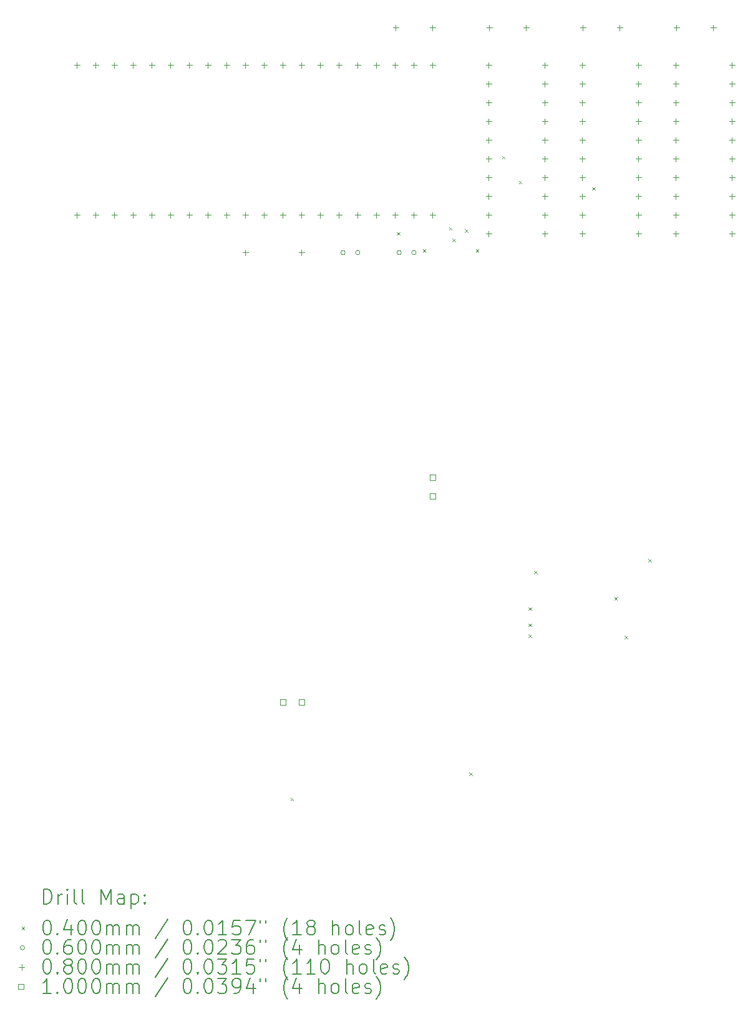
<source format=gbr>
%TF.GenerationSoftware,KiCad,Pcbnew,(6.0.9)*%
%TF.CreationDate,2024-04-26T19:01:18+02:00*%
%TF.ProjectId,Cartucho_MSX_LCD_Tang_Nano_20k,43617274-7563-4686-9f5f-4d53585f4c43,rev?*%
%TF.SameCoordinates,Original*%
%TF.FileFunction,Drillmap*%
%TF.FilePolarity,Positive*%
%FSLAX45Y45*%
G04 Gerber Fmt 4.5, Leading zero omitted, Abs format (unit mm)*
G04 Created by KiCad (PCBNEW (6.0.9)) date 2024-04-26 19:01:18*
%MOMM*%
%LPD*%
G01*
G04 APERTURE LIST*
%ADD10C,0.200000*%
%ADD11C,0.040000*%
%ADD12C,0.060000*%
%ADD13C,0.080000*%
%ADD14C,0.100000*%
G04 APERTURE END LIST*
D10*
D11*
X9247560Y-15013940D02*
X9287560Y-15053940D01*
X9287560Y-15013940D02*
X9247560Y-15053940D01*
X10690400Y-7341880D02*
X10730400Y-7381880D01*
X10730400Y-7341880D02*
X10690400Y-7381880D01*
X11041410Y-7576100D02*
X11081410Y-7616100D01*
X11081410Y-7576100D02*
X11041410Y-7616100D01*
X11398890Y-7274880D02*
X11438890Y-7314880D01*
X11438890Y-7274880D02*
X11398890Y-7314880D01*
X11444480Y-7429990D02*
X11484480Y-7469990D01*
X11484480Y-7429990D02*
X11444480Y-7469990D01*
X11614510Y-7303720D02*
X11654510Y-7343720D01*
X11654510Y-7303720D02*
X11614510Y-7343720D01*
X11674880Y-14669510D02*
X11714880Y-14709510D01*
X11714880Y-14669510D02*
X11674880Y-14709510D01*
X11762990Y-7576100D02*
X11802990Y-7616100D01*
X11802990Y-7576100D02*
X11762990Y-7616100D01*
X12117500Y-6308710D02*
X12157500Y-6348710D01*
X12157500Y-6308710D02*
X12117500Y-6348710D01*
X12346160Y-6647510D02*
X12386160Y-6687510D01*
X12386160Y-6647510D02*
X12346160Y-6687510D01*
X12475480Y-12651310D02*
X12515480Y-12691310D01*
X12515480Y-12651310D02*
X12475480Y-12691310D01*
X12476040Y-12799880D02*
X12516040Y-12839880D01*
X12516040Y-12799880D02*
X12476040Y-12839880D01*
X12476110Y-12430750D02*
X12516110Y-12470750D01*
X12516110Y-12430750D02*
X12476110Y-12470750D01*
X12551750Y-11935040D02*
X12591750Y-11975040D01*
X12591750Y-11935040D02*
X12551750Y-11975040D01*
X13343510Y-6732520D02*
X13383510Y-6772520D01*
X13383510Y-6732520D02*
X13343510Y-6772520D01*
X13642050Y-12290680D02*
X13682050Y-12330680D01*
X13682050Y-12290680D02*
X13642050Y-12330680D01*
X13780520Y-12817060D02*
X13820520Y-12857060D01*
X13820520Y-12817060D02*
X13780520Y-12857060D01*
X14105010Y-11774200D02*
X14145010Y-11814200D01*
X14145010Y-11774200D02*
X14105010Y-11814200D01*
D12*
X9990000Y-7620000D02*
G75*
G03*
X9990000Y-7620000I-30000J0D01*
G01*
X10190000Y-7620000D02*
G75*
G03*
X10190000Y-7620000I-30000J0D01*
G01*
X10752000Y-7620000D02*
G75*
G03*
X10752000Y-7620000I-30000J0D01*
G01*
X10952000Y-7620000D02*
G75*
G03*
X10952000Y-7620000I-30000J0D01*
G01*
D13*
X6350000Y-5040000D02*
X6350000Y-5120000D01*
X6310000Y-5080000D02*
X6390000Y-5080000D01*
X6350000Y-7072000D02*
X6350000Y-7152000D01*
X6310000Y-7112000D02*
X6390000Y-7112000D01*
X6604000Y-5040000D02*
X6604000Y-5120000D01*
X6564000Y-5080000D02*
X6644000Y-5080000D01*
X6604000Y-7072000D02*
X6604000Y-7152000D01*
X6564000Y-7112000D02*
X6644000Y-7112000D01*
X6858000Y-5040000D02*
X6858000Y-5120000D01*
X6818000Y-5080000D02*
X6898000Y-5080000D01*
X6858000Y-7072000D02*
X6858000Y-7152000D01*
X6818000Y-7112000D02*
X6898000Y-7112000D01*
X7112000Y-5040000D02*
X7112000Y-5120000D01*
X7072000Y-5080000D02*
X7152000Y-5080000D01*
X7112000Y-7072000D02*
X7112000Y-7152000D01*
X7072000Y-7112000D02*
X7152000Y-7112000D01*
X7366000Y-5040000D02*
X7366000Y-5120000D01*
X7326000Y-5080000D02*
X7406000Y-5080000D01*
X7366000Y-7072000D02*
X7366000Y-7152000D01*
X7326000Y-7112000D02*
X7406000Y-7112000D01*
X7620000Y-5040000D02*
X7620000Y-5120000D01*
X7580000Y-5080000D02*
X7660000Y-5080000D01*
X7620000Y-7072000D02*
X7620000Y-7152000D01*
X7580000Y-7112000D02*
X7660000Y-7112000D01*
X7874000Y-5040000D02*
X7874000Y-5120000D01*
X7834000Y-5080000D02*
X7914000Y-5080000D01*
X7874000Y-7072000D02*
X7874000Y-7152000D01*
X7834000Y-7112000D02*
X7914000Y-7112000D01*
X8128000Y-5040000D02*
X8128000Y-5120000D01*
X8088000Y-5080000D02*
X8168000Y-5080000D01*
X8128000Y-7072000D02*
X8128000Y-7152000D01*
X8088000Y-7112000D02*
X8168000Y-7112000D01*
X8382000Y-5040000D02*
X8382000Y-5120000D01*
X8342000Y-5080000D02*
X8422000Y-5080000D01*
X8382000Y-7072000D02*
X8382000Y-7152000D01*
X8342000Y-7112000D02*
X8422000Y-7112000D01*
X8636000Y-5040000D02*
X8636000Y-5120000D01*
X8596000Y-5080000D02*
X8676000Y-5080000D01*
X8636000Y-7072000D02*
X8636000Y-7152000D01*
X8596000Y-7112000D02*
X8676000Y-7112000D01*
X8636000Y-7580000D02*
X8636000Y-7660000D01*
X8596000Y-7620000D02*
X8676000Y-7620000D01*
X8890000Y-5040000D02*
X8890000Y-5120000D01*
X8850000Y-5080000D02*
X8930000Y-5080000D01*
X8890000Y-7072000D02*
X8890000Y-7152000D01*
X8850000Y-7112000D02*
X8930000Y-7112000D01*
X9144000Y-5040000D02*
X9144000Y-5120000D01*
X9104000Y-5080000D02*
X9184000Y-5080000D01*
X9144000Y-7072000D02*
X9144000Y-7152000D01*
X9104000Y-7112000D02*
X9184000Y-7112000D01*
X9398000Y-5040000D02*
X9398000Y-5120000D01*
X9358000Y-5080000D02*
X9438000Y-5080000D01*
X9398000Y-7072000D02*
X9398000Y-7152000D01*
X9358000Y-7112000D02*
X9438000Y-7112000D01*
X9398000Y-7580000D02*
X9398000Y-7660000D01*
X9358000Y-7620000D02*
X9438000Y-7620000D01*
X9652000Y-5040000D02*
X9652000Y-5120000D01*
X9612000Y-5080000D02*
X9692000Y-5080000D01*
X9652000Y-7072000D02*
X9652000Y-7152000D01*
X9612000Y-7112000D02*
X9692000Y-7112000D01*
X9906000Y-5040000D02*
X9906000Y-5120000D01*
X9866000Y-5080000D02*
X9946000Y-5080000D01*
X9906000Y-7072000D02*
X9906000Y-7152000D01*
X9866000Y-7112000D02*
X9946000Y-7112000D01*
X10160000Y-5040000D02*
X10160000Y-5120000D01*
X10120000Y-5080000D02*
X10200000Y-5080000D01*
X10160000Y-7072000D02*
X10160000Y-7152000D01*
X10120000Y-7112000D02*
X10200000Y-7112000D01*
X10414000Y-5040000D02*
X10414000Y-5120000D01*
X10374000Y-5080000D02*
X10454000Y-5080000D01*
X10414000Y-7072000D02*
X10414000Y-7152000D01*
X10374000Y-7112000D02*
X10454000Y-7112000D01*
X10668000Y-5040000D02*
X10668000Y-5120000D01*
X10628000Y-5080000D02*
X10708000Y-5080000D01*
X10668000Y-7072000D02*
X10668000Y-7152000D01*
X10628000Y-7112000D02*
X10708000Y-7112000D01*
X10676000Y-4532000D02*
X10676000Y-4612000D01*
X10636000Y-4572000D02*
X10716000Y-4572000D01*
X10922000Y-5040000D02*
X10922000Y-5120000D01*
X10882000Y-5080000D02*
X10962000Y-5080000D01*
X10922000Y-7072000D02*
X10922000Y-7152000D01*
X10882000Y-7112000D02*
X10962000Y-7112000D01*
X11176000Y-4532000D02*
X11176000Y-4612000D01*
X11136000Y-4572000D02*
X11216000Y-4572000D01*
X11176000Y-5040000D02*
X11176000Y-5120000D01*
X11136000Y-5080000D02*
X11216000Y-5080000D01*
X11176000Y-7072000D02*
X11176000Y-7152000D01*
X11136000Y-7112000D02*
X11216000Y-7112000D01*
X11938000Y-5040000D02*
X11938000Y-5120000D01*
X11898000Y-5080000D02*
X11978000Y-5080000D01*
X11938000Y-5294000D02*
X11938000Y-5374000D01*
X11898000Y-5334000D02*
X11978000Y-5334000D01*
X11938000Y-5548000D02*
X11938000Y-5628000D01*
X11898000Y-5588000D02*
X11978000Y-5588000D01*
X11938000Y-5802000D02*
X11938000Y-5882000D01*
X11898000Y-5842000D02*
X11978000Y-5842000D01*
X11938000Y-6056000D02*
X11938000Y-6136000D01*
X11898000Y-6096000D02*
X11978000Y-6096000D01*
X11938000Y-6310000D02*
X11938000Y-6390000D01*
X11898000Y-6350000D02*
X11978000Y-6350000D01*
X11938000Y-6564000D02*
X11938000Y-6644000D01*
X11898000Y-6604000D02*
X11978000Y-6604000D01*
X11938000Y-6818000D02*
X11938000Y-6898000D01*
X11898000Y-6858000D02*
X11978000Y-6858000D01*
X11938000Y-7072000D02*
X11938000Y-7152000D01*
X11898000Y-7112000D02*
X11978000Y-7112000D01*
X11938000Y-7326000D02*
X11938000Y-7406000D01*
X11898000Y-7366000D02*
X11978000Y-7366000D01*
X11946000Y-4532000D02*
X11946000Y-4612000D01*
X11906000Y-4572000D02*
X11986000Y-4572000D01*
X12446000Y-4532000D02*
X12446000Y-4612000D01*
X12406000Y-4572000D02*
X12486000Y-4572000D01*
X12700000Y-5040000D02*
X12700000Y-5120000D01*
X12660000Y-5080000D02*
X12740000Y-5080000D01*
X12700000Y-5294000D02*
X12700000Y-5374000D01*
X12660000Y-5334000D02*
X12740000Y-5334000D01*
X12700000Y-5548000D02*
X12700000Y-5628000D01*
X12660000Y-5588000D02*
X12740000Y-5588000D01*
X12700000Y-5802000D02*
X12700000Y-5882000D01*
X12660000Y-5842000D02*
X12740000Y-5842000D01*
X12700000Y-6056000D02*
X12700000Y-6136000D01*
X12660000Y-6096000D02*
X12740000Y-6096000D01*
X12700000Y-6310000D02*
X12700000Y-6390000D01*
X12660000Y-6350000D02*
X12740000Y-6350000D01*
X12700000Y-6564000D02*
X12700000Y-6644000D01*
X12660000Y-6604000D02*
X12740000Y-6604000D01*
X12700000Y-6818000D02*
X12700000Y-6898000D01*
X12660000Y-6858000D02*
X12740000Y-6858000D01*
X12700000Y-7072000D02*
X12700000Y-7152000D01*
X12660000Y-7112000D02*
X12740000Y-7112000D01*
X12700000Y-7326000D02*
X12700000Y-7406000D01*
X12660000Y-7366000D02*
X12740000Y-7366000D01*
X13208000Y-5040000D02*
X13208000Y-5120000D01*
X13168000Y-5080000D02*
X13248000Y-5080000D01*
X13208000Y-5294000D02*
X13208000Y-5374000D01*
X13168000Y-5334000D02*
X13248000Y-5334000D01*
X13208000Y-5548000D02*
X13208000Y-5628000D01*
X13168000Y-5588000D02*
X13248000Y-5588000D01*
X13208000Y-5802000D02*
X13208000Y-5882000D01*
X13168000Y-5842000D02*
X13248000Y-5842000D01*
X13208000Y-6056000D02*
X13208000Y-6136000D01*
X13168000Y-6096000D02*
X13248000Y-6096000D01*
X13208000Y-6310000D02*
X13208000Y-6390000D01*
X13168000Y-6350000D02*
X13248000Y-6350000D01*
X13208000Y-6564000D02*
X13208000Y-6644000D01*
X13168000Y-6604000D02*
X13248000Y-6604000D01*
X13208000Y-6818000D02*
X13208000Y-6898000D01*
X13168000Y-6858000D02*
X13248000Y-6858000D01*
X13208000Y-7072000D02*
X13208000Y-7152000D01*
X13168000Y-7112000D02*
X13248000Y-7112000D01*
X13208000Y-7326000D02*
X13208000Y-7406000D01*
X13168000Y-7366000D02*
X13248000Y-7366000D01*
X13216000Y-4532000D02*
X13216000Y-4612000D01*
X13176000Y-4572000D02*
X13256000Y-4572000D01*
X13716000Y-4532000D02*
X13716000Y-4612000D01*
X13676000Y-4572000D02*
X13756000Y-4572000D01*
X13970000Y-5040000D02*
X13970000Y-5120000D01*
X13930000Y-5080000D02*
X14010000Y-5080000D01*
X13970000Y-5294000D02*
X13970000Y-5374000D01*
X13930000Y-5334000D02*
X14010000Y-5334000D01*
X13970000Y-5548000D02*
X13970000Y-5628000D01*
X13930000Y-5588000D02*
X14010000Y-5588000D01*
X13970000Y-5802000D02*
X13970000Y-5882000D01*
X13930000Y-5842000D02*
X14010000Y-5842000D01*
X13970000Y-6056000D02*
X13970000Y-6136000D01*
X13930000Y-6096000D02*
X14010000Y-6096000D01*
X13970000Y-6310000D02*
X13970000Y-6390000D01*
X13930000Y-6350000D02*
X14010000Y-6350000D01*
X13970000Y-6564000D02*
X13970000Y-6644000D01*
X13930000Y-6604000D02*
X14010000Y-6604000D01*
X13970000Y-6818000D02*
X13970000Y-6898000D01*
X13930000Y-6858000D02*
X14010000Y-6858000D01*
X13970000Y-7072000D02*
X13970000Y-7152000D01*
X13930000Y-7112000D02*
X14010000Y-7112000D01*
X13970000Y-7326000D02*
X13970000Y-7406000D01*
X13930000Y-7366000D02*
X14010000Y-7366000D01*
X14478000Y-5040000D02*
X14478000Y-5120000D01*
X14438000Y-5080000D02*
X14518000Y-5080000D01*
X14478000Y-5294000D02*
X14478000Y-5374000D01*
X14438000Y-5334000D02*
X14518000Y-5334000D01*
X14478000Y-5548000D02*
X14478000Y-5628000D01*
X14438000Y-5588000D02*
X14518000Y-5588000D01*
X14478000Y-5802000D02*
X14478000Y-5882000D01*
X14438000Y-5842000D02*
X14518000Y-5842000D01*
X14478000Y-6056000D02*
X14478000Y-6136000D01*
X14438000Y-6096000D02*
X14518000Y-6096000D01*
X14478000Y-6310000D02*
X14478000Y-6390000D01*
X14438000Y-6350000D02*
X14518000Y-6350000D01*
X14478000Y-6564000D02*
X14478000Y-6644000D01*
X14438000Y-6604000D02*
X14518000Y-6604000D01*
X14478000Y-6818000D02*
X14478000Y-6898000D01*
X14438000Y-6858000D02*
X14518000Y-6858000D01*
X14478000Y-7072000D02*
X14478000Y-7152000D01*
X14438000Y-7112000D02*
X14518000Y-7112000D01*
X14478000Y-7326000D02*
X14478000Y-7406000D01*
X14438000Y-7366000D02*
X14518000Y-7366000D01*
X14486000Y-4532000D02*
X14486000Y-4612000D01*
X14446000Y-4572000D02*
X14526000Y-4572000D01*
X14986000Y-4532000D02*
X14986000Y-4612000D01*
X14946000Y-4572000D02*
X15026000Y-4572000D01*
X15240000Y-5040000D02*
X15240000Y-5120000D01*
X15200000Y-5080000D02*
X15280000Y-5080000D01*
X15240000Y-5294000D02*
X15240000Y-5374000D01*
X15200000Y-5334000D02*
X15280000Y-5334000D01*
X15240000Y-5548000D02*
X15240000Y-5628000D01*
X15200000Y-5588000D02*
X15280000Y-5588000D01*
X15240000Y-5802000D02*
X15240000Y-5882000D01*
X15200000Y-5842000D02*
X15280000Y-5842000D01*
X15240000Y-6056000D02*
X15240000Y-6136000D01*
X15200000Y-6096000D02*
X15280000Y-6096000D01*
X15240000Y-6310000D02*
X15240000Y-6390000D01*
X15200000Y-6350000D02*
X15280000Y-6350000D01*
X15240000Y-6564000D02*
X15240000Y-6644000D01*
X15200000Y-6604000D02*
X15280000Y-6604000D01*
X15240000Y-6818000D02*
X15240000Y-6898000D01*
X15200000Y-6858000D02*
X15280000Y-6858000D01*
X15240000Y-7072000D02*
X15240000Y-7152000D01*
X15200000Y-7112000D02*
X15280000Y-7112000D01*
X15240000Y-7326000D02*
X15240000Y-7406000D01*
X15200000Y-7366000D02*
X15280000Y-7366000D01*
D14*
X9179356Y-13751356D02*
X9179356Y-13680644D01*
X9108644Y-13680644D01*
X9108644Y-13751356D01*
X9179356Y-13751356D01*
X9433356Y-13751356D02*
X9433356Y-13680644D01*
X9362644Y-13680644D01*
X9362644Y-13751356D01*
X9433356Y-13751356D01*
X11211356Y-10703356D02*
X11211356Y-10632644D01*
X11140644Y-10632644D01*
X11140644Y-10703356D01*
X11211356Y-10703356D01*
X11211356Y-10957356D02*
X11211356Y-10886644D01*
X11140644Y-10886644D01*
X11140644Y-10957356D01*
X11211356Y-10957356D01*
D10*
X5896419Y-16452176D02*
X5896419Y-16252176D01*
X5944038Y-16252176D01*
X5972609Y-16261700D01*
X5991657Y-16280748D01*
X6001181Y-16299795D01*
X6010705Y-16337890D01*
X6010705Y-16366462D01*
X6001181Y-16404557D01*
X5991657Y-16423605D01*
X5972609Y-16442652D01*
X5944038Y-16452176D01*
X5896419Y-16452176D01*
X6096419Y-16452176D02*
X6096419Y-16318843D01*
X6096419Y-16356938D02*
X6105943Y-16337890D01*
X6115467Y-16328367D01*
X6134514Y-16318843D01*
X6153562Y-16318843D01*
X6220228Y-16452176D02*
X6220228Y-16318843D01*
X6220228Y-16252176D02*
X6210705Y-16261700D01*
X6220228Y-16271224D01*
X6229752Y-16261700D01*
X6220228Y-16252176D01*
X6220228Y-16271224D01*
X6344038Y-16452176D02*
X6324990Y-16442652D01*
X6315467Y-16423605D01*
X6315467Y-16252176D01*
X6448800Y-16452176D02*
X6429752Y-16442652D01*
X6420228Y-16423605D01*
X6420228Y-16252176D01*
X6677371Y-16452176D02*
X6677371Y-16252176D01*
X6744038Y-16395033D01*
X6810705Y-16252176D01*
X6810705Y-16452176D01*
X6991657Y-16452176D02*
X6991657Y-16347414D01*
X6982133Y-16328367D01*
X6963086Y-16318843D01*
X6924990Y-16318843D01*
X6905943Y-16328367D01*
X6991657Y-16442652D02*
X6972609Y-16452176D01*
X6924990Y-16452176D01*
X6905943Y-16442652D01*
X6896419Y-16423605D01*
X6896419Y-16404557D01*
X6905943Y-16385509D01*
X6924990Y-16375986D01*
X6972609Y-16375986D01*
X6991657Y-16366462D01*
X7086895Y-16318843D02*
X7086895Y-16518843D01*
X7086895Y-16328367D02*
X7105943Y-16318843D01*
X7144038Y-16318843D01*
X7163086Y-16328367D01*
X7172609Y-16337890D01*
X7182133Y-16356938D01*
X7182133Y-16414081D01*
X7172609Y-16433128D01*
X7163086Y-16442652D01*
X7144038Y-16452176D01*
X7105943Y-16452176D01*
X7086895Y-16442652D01*
X7267848Y-16433128D02*
X7277371Y-16442652D01*
X7267848Y-16452176D01*
X7258324Y-16442652D01*
X7267848Y-16433128D01*
X7267848Y-16452176D01*
X7267848Y-16328367D02*
X7277371Y-16337890D01*
X7267848Y-16347414D01*
X7258324Y-16337890D01*
X7267848Y-16328367D01*
X7267848Y-16347414D01*
D11*
X5598800Y-16761700D02*
X5638800Y-16801700D01*
X5638800Y-16761700D02*
X5598800Y-16801700D01*
D10*
X5934514Y-16672176D02*
X5953562Y-16672176D01*
X5972609Y-16681700D01*
X5982133Y-16691224D01*
X5991657Y-16710271D01*
X6001181Y-16748367D01*
X6001181Y-16795986D01*
X5991657Y-16834081D01*
X5982133Y-16853129D01*
X5972609Y-16862652D01*
X5953562Y-16872176D01*
X5934514Y-16872176D01*
X5915467Y-16862652D01*
X5905943Y-16853129D01*
X5896419Y-16834081D01*
X5886895Y-16795986D01*
X5886895Y-16748367D01*
X5896419Y-16710271D01*
X5905943Y-16691224D01*
X5915467Y-16681700D01*
X5934514Y-16672176D01*
X6086895Y-16853129D02*
X6096419Y-16862652D01*
X6086895Y-16872176D01*
X6077371Y-16862652D01*
X6086895Y-16853129D01*
X6086895Y-16872176D01*
X6267848Y-16738843D02*
X6267848Y-16872176D01*
X6220228Y-16662652D02*
X6172609Y-16805510D01*
X6296419Y-16805510D01*
X6410705Y-16672176D02*
X6429752Y-16672176D01*
X6448800Y-16681700D01*
X6458324Y-16691224D01*
X6467848Y-16710271D01*
X6477371Y-16748367D01*
X6477371Y-16795986D01*
X6467848Y-16834081D01*
X6458324Y-16853129D01*
X6448800Y-16862652D01*
X6429752Y-16872176D01*
X6410705Y-16872176D01*
X6391657Y-16862652D01*
X6382133Y-16853129D01*
X6372609Y-16834081D01*
X6363086Y-16795986D01*
X6363086Y-16748367D01*
X6372609Y-16710271D01*
X6382133Y-16691224D01*
X6391657Y-16681700D01*
X6410705Y-16672176D01*
X6601181Y-16672176D02*
X6620228Y-16672176D01*
X6639276Y-16681700D01*
X6648800Y-16691224D01*
X6658324Y-16710271D01*
X6667848Y-16748367D01*
X6667848Y-16795986D01*
X6658324Y-16834081D01*
X6648800Y-16853129D01*
X6639276Y-16862652D01*
X6620228Y-16872176D01*
X6601181Y-16872176D01*
X6582133Y-16862652D01*
X6572609Y-16853129D01*
X6563086Y-16834081D01*
X6553562Y-16795986D01*
X6553562Y-16748367D01*
X6563086Y-16710271D01*
X6572609Y-16691224D01*
X6582133Y-16681700D01*
X6601181Y-16672176D01*
X6753562Y-16872176D02*
X6753562Y-16738843D01*
X6753562Y-16757890D02*
X6763086Y-16748367D01*
X6782133Y-16738843D01*
X6810705Y-16738843D01*
X6829752Y-16748367D01*
X6839276Y-16767414D01*
X6839276Y-16872176D01*
X6839276Y-16767414D02*
X6848800Y-16748367D01*
X6867848Y-16738843D01*
X6896419Y-16738843D01*
X6915467Y-16748367D01*
X6924990Y-16767414D01*
X6924990Y-16872176D01*
X7020228Y-16872176D02*
X7020228Y-16738843D01*
X7020228Y-16757890D02*
X7029752Y-16748367D01*
X7048800Y-16738843D01*
X7077371Y-16738843D01*
X7096419Y-16748367D01*
X7105943Y-16767414D01*
X7105943Y-16872176D01*
X7105943Y-16767414D02*
X7115467Y-16748367D01*
X7134514Y-16738843D01*
X7163086Y-16738843D01*
X7182133Y-16748367D01*
X7191657Y-16767414D01*
X7191657Y-16872176D01*
X7582133Y-16662652D02*
X7410705Y-16919795D01*
X7839276Y-16672176D02*
X7858324Y-16672176D01*
X7877371Y-16681700D01*
X7886895Y-16691224D01*
X7896419Y-16710271D01*
X7905943Y-16748367D01*
X7905943Y-16795986D01*
X7896419Y-16834081D01*
X7886895Y-16853129D01*
X7877371Y-16862652D01*
X7858324Y-16872176D01*
X7839276Y-16872176D01*
X7820228Y-16862652D01*
X7810705Y-16853129D01*
X7801181Y-16834081D01*
X7791657Y-16795986D01*
X7791657Y-16748367D01*
X7801181Y-16710271D01*
X7810705Y-16691224D01*
X7820228Y-16681700D01*
X7839276Y-16672176D01*
X7991657Y-16853129D02*
X8001181Y-16862652D01*
X7991657Y-16872176D01*
X7982133Y-16862652D01*
X7991657Y-16853129D01*
X7991657Y-16872176D01*
X8124990Y-16672176D02*
X8144038Y-16672176D01*
X8163086Y-16681700D01*
X8172609Y-16691224D01*
X8182133Y-16710271D01*
X8191657Y-16748367D01*
X8191657Y-16795986D01*
X8182133Y-16834081D01*
X8172609Y-16853129D01*
X8163086Y-16862652D01*
X8144038Y-16872176D01*
X8124990Y-16872176D01*
X8105943Y-16862652D01*
X8096419Y-16853129D01*
X8086895Y-16834081D01*
X8077371Y-16795986D01*
X8077371Y-16748367D01*
X8086895Y-16710271D01*
X8096419Y-16691224D01*
X8105943Y-16681700D01*
X8124990Y-16672176D01*
X8382133Y-16872176D02*
X8267848Y-16872176D01*
X8324990Y-16872176D02*
X8324990Y-16672176D01*
X8305943Y-16700748D01*
X8286895Y-16719795D01*
X8267848Y-16729319D01*
X8563086Y-16672176D02*
X8467848Y-16672176D01*
X8458324Y-16767414D01*
X8467848Y-16757890D01*
X8486895Y-16748367D01*
X8534514Y-16748367D01*
X8553562Y-16757890D01*
X8563086Y-16767414D01*
X8572610Y-16786462D01*
X8572610Y-16834081D01*
X8563086Y-16853129D01*
X8553562Y-16862652D01*
X8534514Y-16872176D01*
X8486895Y-16872176D01*
X8467848Y-16862652D01*
X8458324Y-16853129D01*
X8639276Y-16672176D02*
X8772610Y-16672176D01*
X8686895Y-16872176D01*
X8839276Y-16672176D02*
X8839276Y-16710271D01*
X8915467Y-16672176D02*
X8915467Y-16710271D01*
X9210705Y-16948367D02*
X9201181Y-16938843D01*
X9182133Y-16910271D01*
X9172610Y-16891224D01*
X9163086Y-16862652D01*
X9153562Y-16815033D01*
X9153562Y-16776938D01*
X9163086Y-16729319D01*
X9172610Y-16700748D01*
X9182133Y-16681700D01*
X9201181Y-16653128D01*
X9210705Y-16643605D01*
X9391657Y-16872176D02*
X9277371Y-16872176D01*
X9334514Y-16872176D02*
X9334514Y-16672176D01*
X9315467Y-16700748D01*
X9296419Y-16719795D01*
X9277371Y-16729319D01*
X9505943Y-16757890D02*
X9486895Y-16748367D01*
X9477371Y-16738843D01*
X9467848Y-16719795D01*
X9467848Y-16710271D01*
X9477371Y-16691224D01*
X9486895Y-16681700D01*
X9505943Y-16672176D01*
X9544038Y-16672176D01*
X9563086Y-16681700D01*
X9572610Y-16691224D01*
X9582133Y-16710271D01*
X9582133Y-16719795D01*
X9572610Y-16738843D01*
X9563086Y-16748367D01*
X9544038Y-16757890D01*
X9505943Y-16757890D01*
X9486895Y-16767414D01*
X9477371Y-16776938D01*
X9467848Y-16795986D01*
X9467848Y-16834081D01*
X9477371Y-16853129D01*
X9486895Y-16862652D01*
X9505943Y-16872176D01*
X9544038Y-16872176D01*
X9563086Y-16862652D01*
X9572610Y-16853129D01*
X9582133Y-16834081D01*
X9582133Y-16795986D01*
X9572610Y-16776938D01*
X9563086Y-16767414D01*
X9544038Y-16757890D01*
X9820229Y-16872176D02*
X9820229Y-16672176D01*
X9905943Y-16872176D02*
X9905943Y-16767414D01*
X9896419Y-16748367D01*
X9877371Y-16738843D01*
X9848800Y-16738843D01*
X9829752Y-16748367D01*
X9820229Y-16757890D01*
X10029752Y-16872176D02*
X10010705Y-16862652D01*
X10001181Y-16853129D01*
X9991657Y-16834081D01*
X9991657Y-16776938D01*
X10001181Y-16757890D01*
X10010705Y-16748367D01*
X10029752Y-16738843D01*
X10058324Y-16738843D01*
X10077371Y-16748367D01*
X10086895Y-16757890D01*
X10096419Y-16776938D01*
X10096419Y-16834081D01*
X10086895Y-16853129D01*
X10077371Y-16862652D01*
X10058324Y-16872176D01*
X10029752Y-16872176D01*
X10210705Y-16872176D02*
X10191657Y-16862652D01*
X10182133Y-16843605D01*
X10182133Y-16672176D01*
X10363086Y-16862652D02*
X10344038Y-16872176D01*
X10305943Y-16872176D01*
X10286895Y-16862652D01*
X10277371Y-16843605D01*
X10277371Y-16767414D01*
X10286895Y-16748367D01*
X10305943Y-16738843D01*
X10344038Y-16738843D01*
X10363086Y-16748367D01*
X10372610Y-16767414D01*
X10372610Y-16786462D01*
X10277371Y-16805510D01*
X10448800Y-16862652D02*
X10467848Y-16872176D01*
X10505943Y-16872176D01*
X10524990Y-16862652D01*
X10534514Y-16843605D01*
X10534514Y-16834081D01*
X10524990Y-16815033D01*
X10505943Y-16805510D01*
X10477371Y-16805510D01*
X10458324Y-16795986D01*
X10448800Y-16776938D01*
X10448800Y-16767414D01*
X10458324Y-16748367D01*
X10477371Y-16738843D01*
X10505943Y-16738843D01*
X10524990Y-16748367D01*
X10601181Y-16948367D02*
X10610705Y-16938843D01*
X10629752Y-16910271D01*
X10639276Y-16891224D01*
X10648800Y-16862652D01*
X10658324Y-16815033D01*
X10658324Y-16776938D01*
X10648800Y-16729319D01*
X10639276Y-16700748D01*
X10629752Y-16681700D01*
X10610705Y-16653128D01*
X10601181Y-16643605D01*
D12*
X5638800Y-17045700D02*
G75*
G03*
X5638800Y-17045700I-30000J0D01*
G01*
D10*
X5934514Y-16936176D02*
X5953562Y-16936176D01*
X5972609Y-16945700D01*
X5982133Y-16955224D01*
X5991657Y-16974271D01*
X6001181Y-17012367D01*
X6001181Y-17059986D01*
X5991657Y-17098081D01*
X5982133Y-17117129D01*
X5972609Y-17126652D01*
X5953562Y-17136176D01*
X5934514Y-17136176D01*
X5915467Y-17126652D01*
X5905943Y-17117129D01*
X5896419Y-17098081D01*
X5886895Y-17059986D01*
X5886895Y-17012367D01*
X5896419Y-16974271D01*
X5905943Y-16955224D01*
X5915467Y-16945700D01*
X5934514Y-16936176D01*
X6086895Y-17117129D02*
X6096419Y-17126652D01*
X6086895Y-17136176D01*
X6077371Y-17126652D01*
X6086895Y-17117129D01*
X6086895Y-17136176D01*
X6267848Y-16936176D02*
X6229752Y-16936176D01*
X6210705Y-16945700D01*
X6201181Y-16955224D01*
X6182133Y-16983795D01*
X6172609Y-17021890D01*
X6172609Y-17098081D01*
X6182133Y-17117129D01*
X6191657Y-17126652D01*
X6210705Y-17136176D01*
X6248800Y-17136176D01*
X6267848Y-17126652D01*
X6277371Y-17117129D01*
X6286895Y-17098081D01*
X6286895Y-17050462D01*
X6277371Y-17031414D01*
X6267848Y-17021890D01*
X6248800Y-17012367D01*
X6210705Y-17012367D01*
X6191657Y-17021890D01*
X6182133Y-17031414D01*
X6172609Y-17050462D01*
X6410705Y-16936176D02*
X6429752Y-16936176D01*
X6448800Y-16945700D01*
X6458324Y-16955224D01*
X6467848Y-16974271D01*
X6477371Y-17012367D01*
X6477371Y-17059986D01*
X6467848Y-17098081D01*
X6458324Y-17117129D01*
X6448800Y-17126652D01*
X6429752Y-17136176D01*
X6410705Y-17136176D01*
X6391657Y-17126652D01*
X6382133Y-17117129D01*
X6372609Y-17098081D01*
X6363086Y-17059986D01*
X6363086Y-17012367D01*
X6372609Y-16974271D01*
X6382133Y-16955224D01*
X6391657Y-16945700D01*
X6410705Y-16936176D01*
X6601181Y-16936176D02*
X6620228Y-16936176D01*
X6639276Y-16945700D01*
X6648800Y-16955224D01*
X6658324Y-16974271D01*
X6667848Y-17012367D01*
X6667848Y-17059986D01*
X6658324Y-17098081D01*
X6648800Y-17117129D01*
X6639276Y-17126652D01*
X6620228Y-17136176D01*
X6601181Y-17136176D01*
X6582133Y-17126652D01*
X6572609Y-17117129D01*
X6563086Y-17098081D01*
X6553562Y-17059986D01*
X6553562Y-17012367D01*
X6563086Y-16974271D01*
X6572609Y-16955224D01*
X6582133Y-16945700D01*
X6601181Y-16936176D01*
X6753562Y-17136176D02*
X6753562Y-17002843D01*
X6753562Y-17021890D02*
X6763086Y-17012367D01*
X6782133Y-17002843D01*
X6810705Y-17002843D01*
X6829752Y-17012367D01*
X6839276Y-17031414D01*
X6839276Y-17136176D01*
X6839276Y-17031414D02*
X6848800Y-17012367D01*
X6867848Y-17002843D01*
X6896419Y-17002843D01*
X6915467Y-17012367D01*
X6924990Y-17031414D01*
X6924990Y-17136176D01*
X7020228Y-17136176D02*
X7020228Y-17002843D01*
X7020228Y-17021890D02*
X7029752Y-17012367D01*
X7048800Y-17002843D01*
X7077371Y-17002843D01*
X7096419Y-17012367D01*
X7105943Y-17031414D01*
X7105943Y-17136176D01*
X7105943Y-17031414D02*
X7115467Y-17012367D01*
X7134514Y-17002843D01*
X7163086Y-17002843D01*
X7182133Y-17012367D01*
X7191657Y-17031414D01*
X7191657Y-17136176D01*
X7582133Y-16926652D02*
X7410705Y-17183795D01*
X7839276Y-16936176D02*
X7858324Y-16936176D01*
X7877371Y-16945700D01*
X7886895Y-16955224D01*
X7896419Y-16974271D01*
X7905943Y-17012367D01*
X7905943Y-17059986D01*
X7896419Y-17098081D01*
X7886895Y-17117129D01*
X7877371Y-17126652D01*
X7858324Y-17136176D01*
X7839276Y-17136176D01*
X7820228Y-17126652D01*
X7810705Y-17117129D01*
X7801181Y-17098081D01*
X7791657Y-17059986D01*
X7791657Y-17012367D01*
X7801181Y-16974271D01*
X7810705Y-16955224D01*
X7820228Y-16945700D01*
X7839276Y-16936176D01*
X7991657Y-17117129D02*
X8001181Y-17126652D01*
X7991657Y-17136176D01*
X7982133Y-17126652D01*
X7991657Y-17117129D01*
X7991657Y-17136176D01*
X8124990Y-16936176D02*
X8144038Y-16936176D01*
X8163086Y-16945700D01*
X8172609Y-16955224D01*
X8182133Y-16974271D01*
X8191657Y-17012367D01*
X8191657Y-17059986D01*
X8182133Y-17098081D01*
X8172609Y-17117129D01*
X8163086Y-17126652D01*
X8144038Y-17136176D01*
X8124990Y-17136176D01*
X8105943Y-17126652D01*
X8096419Y-17117129D01*
X8086895Y-17098081D01*
X8077371Y-17059986D01*
X8077371Y-17012367D01*
X8086895Y-16974271D01*
X8096419Y-16955224D01*
X8105943Y-16945700D01*
X8124990Y-16936176D01*
X8267848Y-16955224D02*
X8277371Y-16945700D01*
X8296419Y-16936176D01*
X8344038Y-16936176D01*
X8363086Y-16945700D01*
X8372609Y-16955224D01*
X8382133Y-16974271D01*
X8382133Y-16993319D01*
X8372609Y-17021890D01*
X8258324Y-17136176D01*
X8382133Y-17136176D01*
X8448800Y-16936176D02*
X8572610Y-16936176D01*
X8505943Y-17012367D01*
X8534514Y-17012367D01*
X8553562Y-17021890D01*
X8563086Y-17031414D01*
X8572610Y-17050462D01*
X8572610Y-17098081D01*
X8563086Y-17117129D01*
X8553562Y-17126652D01*
X8534514Y-17136176D01*
X8477371Y-17136176D01*
X8458324Y-17126652D01*
X8448800Y-17117129D01*
X8744038Y-16936176D02*
X8705943Y-16936176D01*
X8686895Y-16945700D01*
X8677371Y-16955224D01*
X8658324Y-16983795D01*
X8648800Y-17021890D01*
X8648800Y-17098081D01*
X8658324Y-17117129D01*
X8667848Y-17126652D01*
X8686895Y-17136176D01*
X8724990Y-17136176D01*
X8744038Y-17126652D01*
X8753562Y-17117129D01*
X8763086Y-17098081D01*
X8763086Y-17050462D01*
X8753562Y-17031414D01*
X8744038Y-17021890D01*
X8724990Y-17012367D01*
X8686895Y-17012367D01*
X8667848Y-17021890D01*
X8658324Y-17031414D01*
X8648800Y-17050462D01*
X8839276Y-16936176D02*
X8839276Y-16974271D01*
X8915467Y-16936176D02*
X8915467Y-16974271D01*
X9210705Y-17212367D02*
X9201181Y-17202843D01*
X9182133Y-17174271D01*
X9172610Y-17155224D01*
X9163086Y-17126652D01*
X9153562Y-17079033D01*
X9153562Y-17040938D01*
X9163086Y-16993319D01*
X9172610Y-16964748D01*
X9182133Y-16945700D01*
X9201181Y-16917129D01*
X9210705Y-16907605D01*
X9372610Y-17002843D02*
X9372610Y-17136176D01*
X9324990Y-16926652D02*
X9277371Y-17069510D01*
X9401181Y-17069510D01*
X9629752Y-17136176D02*
X9629752Y-16936176D01*
X9715467Y-17136176D02*
X9715467Y-17031414D01*
X9705943Y-17012367D01*
X9686895Y-17002843D01*
X9658324Y-17002843D01*
X9639276Y-17012367D01*
X9629752Y-17021890D01*
X9839276Y-17136176D02*
X9820229Y-17126652D01*
X9810705Y-17117129D01*
X9801181Y-17098081D01*
X9801181Y-17040938D01*
X9810705Y-17021890D01*
X9820229Y-17012367D01*
X9839276Y-17002843D01*
X9867848Y-17002843D01*
X9886895Y-17012367D01*
X9896419Y-17021890D01*
X9905943Y-17040938D01*
X9905943Y-17098081D01*
X9896419Y-17117129D01*
X9886895Y-17126652D01*
X9867848Y-17136176D01*
X9839276Y-17136176D01*
X10020229Y-17136176D02*
X10001181Y-17126652D01*
X9991657Y-17107605D01*
X9991657Y-16936176D01*
X10172610Y-17126652D02*
X10153562Y-17136176D01*
X10115467Y-17136176D01*
X10096419Y-17126652D01*
X10086895Y-17107605D01*
X10086895Y-17031414D01*
X10096419Y-17012367D01*
X10115467Y-17002843D01*
X10153562Y-17002843D01*
X10172610Y-17012367D01*
X10182133Y-17031414D01*
X10182133Y-17050462D01*
X10086895Y-17069510D01*
X10258324Y-17126652D02*
X10277371Y-17136176D01*
X10315467Y-17136176D01*
X10334514Y-17126652D01*
X10344038Y-17107605D01*
X10344038Y-17098081D01*
X10334514Y-17079033D01*
X10315467Y-17069510D01*
X10286895Y-17069510D01*
X10267848Y-17059986D01*
X10258324Y-17040938D01*
X10258324Y-17031414D01*
X10267848Y-17012367D01*
X10286895Y-17002843D01*
X10315467Y-17002843D01*
X10334514Y-17012367D01*
X10410705Y-17212367D02*
X10420229Y-17202843D01*
X10439276Y-17174271D01*
X10448800Y-17155224D01*
X10458324Y-17126652D01*
X10467848Y-17079033D01*
X10467848Y-17040938D01*
X10458324Y-16993319D01*
X10448800Y-16964748D01*
X10439276Y-16945700D01*
X10420229Y-16917129D01*
X10410705Y-16907605D01*
D13*
X5598800Y-17269700D02*
X5598800Y-17349700D01*
X5558800Y-17309700D02*
X5638800Y-17309700D01*
D10*
X5934514Y-17200176D02*
X5953562Y-17200176D01*
X5972609Y-17209700D01*
X5982133Y-17219224D01*
X5991657Y-17238271D01*
X6001181Y-17276367D01*
X6001181Y-17323986D01*
X5991657Y-17362081D01*
X5982133Y-17381129D01*
X5972609Y-17390652D01*
X5953562Y-17400176D01*
X5934514Y-17400176D01*
X5915467Y-17390652D01*
X5905943Y-17381129D01*
X5896419Y-17362081D01*
X5886895Y-17323986D01*
X5886895Y-17276367D01*
X5896419Y-17238271D01*
X5905943Y-17219224D01*
X5915467Y-17209700D01*
X5934514Y-17200176D01*
X6086895Y-17381129D02*
X6096419Y-17390652D01*
X6086895Y-17400176D01*
X6077371Y-17390652D01*
X6086895Y-17381129D01*
X6086895Y-17400176D01*
X6210705Y-17285890D02*
X6191657Y-17276367D01*
X6182133Y-17266843D01*
X6172609Y-17247795D01*
X6172609Y-17238271D01*
X6182133Y-17219224D01*
X6191657Y-17209700D01*
X6210705Y-17200176D01*
X6248800Y-17200176D01*
X6267848Y-17209700D01*
X6277371Y-17219224D01*
X6286895Y-17238271D01*
X6286895Y-17247795D01*
X6277371Y-17266843D01*
X6267848Y-17276367D01*
X6248800Y-17285890D01*
X6210705Y-17285890D01*
X6191657Y-17295414D01*
X6182133Y-17304938D01*
X6172609Y-17323986D01*
X6172609Y-17362081D01*
X6182133Y-17381129D01*
X6191657Y-17390652D01*
X6210705Y-17400176D01*
X6248800Y-17400176D01*
X6267848Y-17390652D01*
X6277371Y-17381129D01*
X6286895Y-17362081D01*
X6286895Y-17323986D01*
X6277371Y-17304938D01*
X6267848Y-17295414D01*
X6248800Y-17285890D01*
X6410705Y-17200176D02*
X6429752Y-17200176D01*
X6448800Y-17209700D01*
X6458324Y-17219224D01*
X6467848Y-17238271D01*
X6477371Y-17276367D01*
X6477371Y-17323986D01*
X6467848Y-17362081D01*
X6458324Y-17381129D01*
X6448800Y-17390652D01*
X6429752Y-17400176D01*
X6410705Y-17400176D01*
X6391657Y-17390652D01*
X6382133Y-17381129D01*
X6372609Y-17362081D01*
X6363086Y-17323986D01*
X6363086Y-17276367D01*
X6372609Y-17238271D01*
X6382133Y-17219224D01*
X6391657Y-17209700D01*
X6410705Y-17200176D01*
X6601181Y-17200176D02*
X6620228Y-17200176D01*
X6639276Y-17209700D01*
X6648800Y-17219224D01*
X6658324Y-17238271D01*
X6667848Y-17276367D01*
X6667848Y-17323986D01*
X6658324Y-17362081D01*
X6648800Y-17381129D01*
X6639276Y-17390652D01*
X6620228Y-17400176D01*
X6601181Y-17400176D01*
X6582133Y-17390652D01*
X6572609Y-17381129D01*
X6563086Y-17362081D01*
X6553562Y-17323986D01*
X6553562Y-17276367D01*
X6563086Y-17238271D01*
X6572609Y-17219224D01*
X6582133Y-17209700D01*
X6601181Y-17200176D01*
X6753562Y-17400176D02*
X6753562Y-17266843D01*
X6753562Y-17285890D02*
X6763086Y-17276367D01*
X6782133Y-17266843D01*
X6810705Y-17266843D01*
X6829752Y-17276367D01*
X6839276Y-17295414D01*
X6839276Y-17400176D01*
X6839276Y-17295414D02*
X6848800Y-17276367D01*
X6867848Y-17266843D01*
X6896419Y-17266843D01*
X6915467Y-17276367D01*
X6924990Y-17295414D01*
X6924990Y-17400176D01*
X7020228Y-17400176D02*
X7020228Y-17266843D01*
X7020228Y-17285890D02*
X7029752Y-17276367D01*
X7048800Y-17266843D01*
X7077371Y-17266843D01*
X7096419Y-17276367D01*
X7105943Y-17295414D01*
X7105943Y-17400176D01*
X7105943Y-17295414D02*
X7115467Y-17276367D01*
X7134514Y-17266843D01*
X7163086Y-17266843D01*
X7182133Y-17276367D01*
X7191657Y-17295414D01*
X7191657Y-17400176D01*
X7582133Y-17190652D02*
X7410705Y-17447795D01*
X7839276Y-17200176D02*
X7858324Y-17200176D01*
X7877371Y-17209700D01*
X7886895Y-17219224D01*
X7896419Y-17238271D01*
X7905943Y-17276367D01*
X7905943Y-17323986D01*
X7896419Y-17362081D01*
X7886895Y-17381129D01*
X7877371Y-17390652D01*
X7858324Y-17400176D01*
X7839276Y-17400176D01*
X7820228Y-17390652D01*
X7810705Y-17381129D01*
X7801181Y-17362081D01*
X7791657Y-17323986D01*
X7791657Y-17276367D01*
X7801181Y-17238271D01*
X7810705Y-17219224D01*
X7820228Y-17209700D01*
X7839276Y-17200176D01*
X7991657Y-17381129D02*
X8001181Y-17390652D01*
X7991657Y-17400176D01*
X7982133Y-17390652D01*
X7991657Y-17381129D01*
X7991657Y-17400176D01*
X8124990Y-17200176D02*
X8144038Y-17200176D01*
X8163086Y-17209700D01*
X8172609Y-17219224D01*
X8182133Y-17238271D01*
X8191657Y-17276367D01*
X8191657Y-17323986D01*
X8182133Y-17362081D01*
X8172609Y-17381129D01*
X8163086Y-17390652D01*
X8144038Y-17400176D01*
X8124990Y-17400176D01*
X8105943Y-17390652D01*
X8096419Y-17381129D01*
X8086895Y-17362081D01*
X8077371Y-17323986D01*
X8077371Y-17276367D01*
X8086895Y-17238271D01*
X8096419Y-17219224D01*
X8105943Y-17209700D01*
X8124990Y-17200176D01*
X8258324Y-17200176D02*
X8382133Y-17200176D01*
X8315467Y-17276367D01*
X8344038Y-17276367D01*
X8363086Y-17285890D01*
X8372609Y-17295414D01*
X8382133Y-17314462D01*
X8382133Y-17362081D01*
X8372609Y-17381129D01*
X8363086Y-17390652D01*
X8344038Y-17400176D01*
X8286895Y-17400176D01*
X8267848Y-17390652D01*
X8258324Y-17381129D01*
X8572610Y-17400176D02*
X8458324Y-17400176D01*
X8515467Y-17400176D02*
X8515467Y-17200176D01*
X8496419Y-17228748D01*
X8477371Y-17247795D01*
X8458324Y-17257319D01*
X8753562Y-17200176D02*
X8658324Y-17200176D01*
X8648800Y-17295414D01*
X8658324Y-17285890D01*
X8677371Y-17276367D01*
X8724990Y-17276367D01*
X8744038Y-17285890D01*
X8753562Y-17295414D01*
X8763086Y-17314462D01*
X8763086Y-17362081D01*
X8753562Y-17381129D01*
X8744038Y-17390652D01*
X8724990Y-17400176D01*
X8677371Y-17400176D01*
X8658324Y-17390652D01*
X8648800Y-17381129D01*
X8839276Y-17200176D02*
X8839276Y-17238271D01*
X8915467Y-17200176D02*
X8915467Y-17238271D01*
X9210705Y-17476367D02*
X9201181Y-17466843D01*
X9182133Y-17438271D01*
X9172610Y-17419224D01*
X9163086Y-17390652D01*
X9153562Y-17343033D01*
X9153562Y-17304938D01*
X9163086Y-17257319D01*
X9172610Y-17228748D01*
X9182133Y-17209700D01*
X9201181Y-17181129D01*
X9210705Y-17171605D01*
X9391657Y-17400176D02*
X9277371Y-17400176D01*
X9334514Y-17400176D02*
X9334514Y-17200176D01*
X9315467Y-17228748D01*
X9296419Y-17247795D01*
X9277371Y-17257319D01*
X9582133Y-17400176D02*
X9467848Y-17400176D01*
X9524990Y-17400176D02*
X9524990Y-17200176D01*
X9505943Y-17228748D01*
X9486895Y-17247795D01*
X9467848Y-17257319D01*
X9705943Y-17200176D02*
X9724990Y-17200176D01*
X9744038Y-17209700D01*
X9753562Y-17219224D01*
X9763086Y-17238271D01*
X9772610Y-17276367D01*
X9772610Y-17323986D01*
X9763086Y-17362081D01*
X9753562Y-17381129D01*
X9744038Y-17390652D01*
X9724990Y-17400176D01*
X9705943Y-17400176D01*
X9686895Y-17390652D01*
X9677371Y-17381129D01*
X9667848Y-17362081D01*
X9658324Y-17323986D01*
X9658324Y-17276367D01*
X9667848Y-17238271D01*
X9677371Y-17219224D01*
X9686895Y-17209700D01*
X9705943Y-17200176D01*
X10010705Y-17400176D02*
X10010705Y-17200176D01*
X10096419Y-17400176D02*
X10096419Y-17295414D01*
X10086895Y-17276367D01*
X10067848Y-17266843D01*
X10039276Y-17266843D01*
X10020229Y-17276367D01*
X10010705Y-17285890D01*
X10220229Y-17400176D02*
X10201181Y-17390652D01*
X10191657Y-17381129D01*
X10182133Y-17362081D01*
X10182133Y-17304938D01*
X10191657Y-17285890D01*
X10201181Y-17276367D01*
X10220229Y-17266843D01*
X10248800Y-17266843D01*
X10267848Y-17276367D01*
X10277371Y-17285890D01*
X10286895Y-17304938D01*
X10286895Y-17362081D01*
X10277371Y-17381129D01*
X10267848Y-17390652D01*
X10248800Y-17400176D01*
X10220229Y-17400176D01*
X10401181Y-17400176D02*
X10382133Y-17390652D01*
X10372610Y-17371605D01*
X10372610Y-17200176D01*
X10553562Y-17390652D02*
X10534514Y-17400176D01*
X10496419Y-17400176D01*
X10477371Y-17390652D01*
X10467848Y-17371605D01*
X10467848Y-17295414D01*
X10477371Y-17276367D01*
X10496419Y-17266843D01*
X10534514Y-17266843D01*
X10553562Y-17276367D01*
X10563086Y-17295414D01*
X10563086Y-17314462D01*
X10467848Y-17333510D01*
X10639276Y-17390652D02*
X10658324Y-17400176D01*
X10696419Y-17400176D01*
X10715467Y-17390652D01*
X10724990Y-17371605D01*
X10724990Y-17362081D01*
X10715467Y-17343033D01*
X10696419Y-17333510D01*
X10667848Y-17333510D01*
X10648800Y-17323986D01*
X10639276Y-17304938D01*
X10639276Y-17295414D01*
X10648800Y-17276367D01*
X10667848Y-17266843D01*
X10696419Y-17266843D01*
X10715467Y-17276367D01*
X10791657Y-17476367D02*
X10801181Y-17466843D01*
X10820229Y-17438271D01*
X10829752Y-17419224D01*
X10839276Y-17390652D01*
X10848800Y-17343033D01*
X10848800Y-17304938D01*
X10839276Y-17257319D01*
X10829752Y-17228748D01*
X10820229Y-17209700D01*
X10801181Y-17181129D01*
X10791657Y-17171605D01*
D14*
X5624156Y-17609056D02*
X5624156Y-17538344D01*
X5553444Y-17538344D01*
X5553444Y-17609056D01*
X5624156Y-17609056D01*
D10*
X6001181Y-17664176D02*
X5886895Y-17664176D01*
X5944038Y-17664176D02*
X5944038Y-17464176D01*
X5924990Y-17492748D01*
X5905943Y-17511795D01*
X5886895Y-17521319D01*
X6086895Y-17645129D02*
X6096419Y-17654652D01*
X6086895Y-17664176D01*
X6077371Y-17654652D01*
X6086895Y-17645129D01*
X6086895Y-17664176D01*
X6220228Y-17464176D02*
X6239276Y-17464176D01*
X6258324Y-17473700D01*
X6267848Y-17483224D01*
X6277371Y-17502271D01*
X6286895Y-17540367D01*
X6286895Y-17587986D01*
X6277371Y-17626081D01*
X6267848Y-17645129D01*
X6258324Y-17654652D01*
X6239276Y-17664176D01*
X6220228Y-17664176D01*
X6201181Y-17654652D01*
X6191657Y-17645129D01*
X6182133Y-17626081D01*
X6172609Y-17587986D01*
X6172609Y-17540367D01*
X6182133Y-17502271D01*
X6191657Y-17483224D01*
X6201181Y-17473700D01*
X6220228Y-17464176D01*
X6410705Y-17464176D02*
X6429752Y-17464176D01*
X6448800Y-17473700D01*
X6458324Y-17483224D01*
X6467848Y-17502271D01*
X6477371Y-17540367D01*
X6477371Y-17587986D01*
X6467848Y-17626081D01*
X6458324Y-17645129D01*
X6448800Y-17654652D01*
X6429752Y-17664176D01*
X6410705Y-17664176D01*
X6391657Y-17654652D01*
X6382133Y-17645129D01*
X6372609Y-17626081D01*
X6363086Y-17587986D01*
X6363086Y-17540367D01*
X6372609Y-17502271D01*
X6382133Y-17483224D01*
X6391657Y-17473700D01*
X6410705Y-17464176D01*
X6601181Y-17464176D02*
X6620228Y-17464176D01*
X6639276Y-17473700D01*
X6648800Y-17483224D01*
X6658324Y-17502271D01*
X6667848Y-17540367D01*
X6667848Y-17587986D01*
X6658324Y-17626081D01*
X6648800Y-17645129D01*
X6639276Y-17654652D01*
X6620228Y-17664176D01*
X6601181Y-17664176D01*
X6582133Y-17654652D01*
X6572609Y-17645129D01*
X6563086Y-17626081D01*
X6553562Y-17587986D01*
X6553562Y-17540367D01*
X6563086Y-17502271D01*
X6572609Y-17483224D01*
X6582133Y-17473700D01*
X6601181Y-17464176D01*
X6753562Y-17664176D02*
X6753562Y-17530843D01*
X6753562Y-17549890D02*
X6763086Y-17540367D01*
X6782133Y-17530843D01*
X6810705Y-17530843D01*
X6829752Y-17540367D01*
X6839276Y-17559414D01*
X6839276Y-17664176D01*
X6839276Y-17559414D02*
X6848800Y-17540367D01*
X6867848Y-17530843D01*
X6896419Y-17530843D01*
X6915467Y-17540367D01*
X6924990Y-17559414D01*
X6924990Y-17664176D01*
X7020228Y-17664176D02*
X7020228Y-17530843D01*
X7020228Y-17549890D02*
X7029752Y-17540367D01*
X7048800Y-17530843D01*
X7077371Y-17530843D01*
X7096419Y-17540367D01*
X7105943Y-17559414D01*
X7105943Y-17664176D01*
X7105943Y-17559414D02*
X7115467Y-17540367D01*
X7134514Y-17530843D01*
X7163086Y-17530843D01*
X7182133Y-17540367D01*
X7191657Y-17559414D01*
X7191657Y-17664176D01*
X7582133Y-17454652D02*
X7410705Y-17711795D01*
X7839276Y-17464176D02*
X7858324Y-17464176D01*
X7877371Y-17473700D01*
X7886895Y-17483224D01*
X7896419Y-17502271D01*
X7905943Y-17540367D01*
X7905943Y-17587986D01*
X7896419Y-17626081D01*
X7886895Y-17645129D01*
X7877371Y-17654652D01*
X7858324Y-17664176D01*
X7839276Y-17664176D01*
X7820228Y-17654652D01*
X7810705Y-17645129D01*
X7801181Y-17626081D01*
X7791657Y-17587986D01*
X7791657Y-17540367D01*
X7801181Y-17502271D01*
X7810705Y-17483224D01*
X7820228Y-17473700D01*
X7839276Y-17464176D01*
X7991657Y-17645129D02*
X8001181Y-17654652D01*
X7991657Y-17664176D01*
X7982133Y-17654652D01*
X7991657Y-17645129D01*
X7991657Y-17664176D01*
X8124990Y-17464176D02*
X8144038Y-17464176D01*
X8163086Y-17473700D01*
X8172609Y-17483224D01*
X8182133Y-17502271D01*
X8191657Y-17540367D01*
X8191657Y-17587986D01*
X8182133Y-17626081D01*
X8172609Y-17645129D01*
X8163086Y-17654652D01*
X8144038Y-17664176D01*
X8124990Y-17664176D01*
X8105943Y-17654652D01*
X8096419Y-17645129D01*
X8086895Y-17626081D01*
X8077371Y-17587986D01*
X8077371Y-17540367D01*
X8086895Y-17502271D01*
X8096419Y-17483224D01*
X8105943Y-17473700D01*
X8124990Y-17464176D01*
X8258324Y-17464176D02*
X8382133Y-17464176D01*
X8315467Y-17540367D01*
X8344038Y-17540367D01*
X8363086Y-17549890D01*
X8372609Y-17559414D01*
X8382133Y-17578462D01*
X8382133Y-17626081D01*
X8372609Y-17645129D01*
X8363086Y-17654652D01*
X8344038Y-17664176D01*
X8286895Y-17664176D01*
X8267848Y-17654652D01*
X8258324Y-17645129D01*
X8477371Y-17664176D02*
X8515467Y-17664176D01*
X8534514Y-17654652D01*
X8544038Y-17645129D01*
X8563086Y-17616557D01*
X8572610Y-17578462D01*
X8572610Y-17502271D01*
X8563086Y-17483224D01*
X8553562Y-17473700D01*
X8534514Y-17464176D01*
X8496419Y-17464176D01*
X8477371Y-17473700D01*
X8467848Y-17483224D01*
X8458324Y-17502271D01*
X8458324Y-17549890D01*
X8467848Y-17568938D01*
X8477371Y-17578462D01*
X8496419Y-17587986D01*
X8534514Y-17587986D01*
X8553562Y-17578462D01*
X8563086Y-17568938D01*
X8572610Y-17549890D01*
X8744038Y-17530843D02*
X8744038Y-17664176D01*
X8696419Y-17454652D02*
X8648800Y-17597510D01*
X8772610Y-17597510D01*
X8839276Y-17464176D02*
X8839276Y-17502271D01*
X8915467Y-17464176D02*
X8915467Y-17502271D01*
X9210705Y-17740367D02*
X9201181Y-17730843D01*
X9182133Y-17702271D01*
X9172610Y-17683224D01*
X9163086Y-17654652D01*
X9153562Y-17607033D01*
X9153562Y-17568938D01*
X9163086Y-17521319D01*
X9172610Y-17492748D01*
X9182133Y-17473700D01*
X9201181Y-17445129D01*
X9210705Y-17435605D01*
X9372610Y-17530843D02*
X9372610Y-17664176D01*
X9324990Y-17454652D02*
X9277371Y-17597510D01*
X9401181Y-17597510D01*
X9629752Y-17664176D02*
X9629752Y-17464176D01*
X9715467Y-17664176D02*
X9715467Y-17559414D01*
X9705943Y-17540367D01*
X9686895Y-17530843D01*
X9658324Y-17530843D01*
X9639276Y-17540367D01*
X9629752Y-17549890D01*
X9839276Y-17664176D02*
X9820229Y-17654652D01*
X9810705Y-17645129D01*
X9801181Y-17626081D01*
X9801181Y-17568938D01*
X9810705Y-17549890D01*
X9820229Y-17540367D01*
X9839276Y-17530843D01*
X9867848Y-17530843D01*
X9886895Y-17540367D01*
X9896419Y-17549890D01*
X9905943Y-17568938D01*
X9905943Y-17626081D01*
X9896419Y-17645129D01*
X9886895Y-17654652D01*
X9867848Y-17664176D01*
X9839276Y-17664176D01*
X10020229Y-17664176D02*
X10001181Y-17654652D01*
X9991657Y-17635605D01*
X9991657Y-17464176D01*
X10172610Y-17654652D02*
X10153562Y-17664176D01*
X10115467Y-17664176D01*
X10096419Y-17654652D01*
X10086895Y-17635605D01*
X10086895Y-17559414D01*
X10096419Y-17540367D01*
X10115467Y-17530843D01*
X10153562Y-17530843D01*
X10172610Y-17540367D01*
X10182133Y-17559414D01*
X10182133Y-17578462D01*
X10086895Y-17597510D01*
X10258324Y-17654652D02*
X10277371Y-17664176D01*
X10315467Y-17664176D01*
X10334514Y-17654652D01*
X10344038Y-17635605D01*
X10344038Y-17626081D01*
X10334514Y-17607033D01*
X10315467Y-17597510D01*
X10286895Y-17597510D01*
X10267848Y-17587986D01*
X10258324Y-17568938D01*
X10258324Y-17559414D01*
X10267848Y-17540367D01*
X10286895Y-17530843D01*
X10315467Y-17530843D01*
X10334514Y-17540367D01*
X10410705Y-17740367D02*
X10420229Y-17730843D01*
X10439276Y-17702271D01*
X10448800Y-17683224D01*
X10458324Y-17654652D01*
X10467848Y-17607033D01*
X10467848Y-17568938D01*
X10458324Y-17521319D01*
X10448800Y-17492748D01*
X10439276Y-17473700D01*
X10420229Y-17445129D01*
X10410705Y-17435605D01*
M02*

</source>
